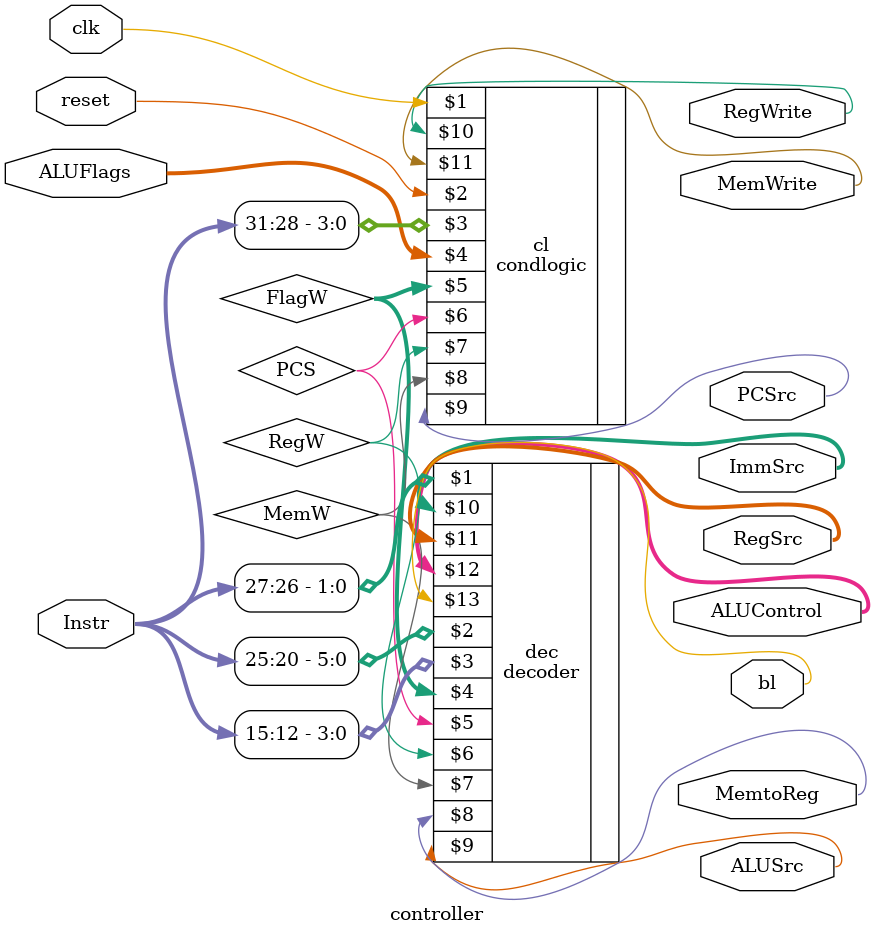
<source format=sv>
/*
 * This module is the Control Unit of ARM single-cycle processor
 */ 
module controller(input logic clk, reset,
						input logic [31:12] Instr,
						input logic [3:0] ALUFlags,
						output logic [1:0] RegSrc,
						output logic RegWrite,
						output logic [1:0] ImmSrc,
						output logic ALUSrc,
						output logic [2:0] ALUControl,
						output logic MemWrite, MemtoReg,
						output logic PCSrc,
						output logic bl
						);
						
	logic [1:0] FlagW;
	logic PCS, RegW, MemW;
	//logic NoWrite; // LSL, LSR, ASR, ROR

	decoder dec(Instr[27:26], Instr[25:20], Instr[15:12],
					FlagW, PCS, RegW, MemW,
					MemtoReg, ALUSrc, ImmSrc, RegSrc, ALUControl,bl);

	condlogic cl(clk, reset, Instr[31:28], ALUFlags,
					FlagW, PCS, RegW, MemW,
					PCSrc, RegWrite, MemWrite);

endmodule
</source>
